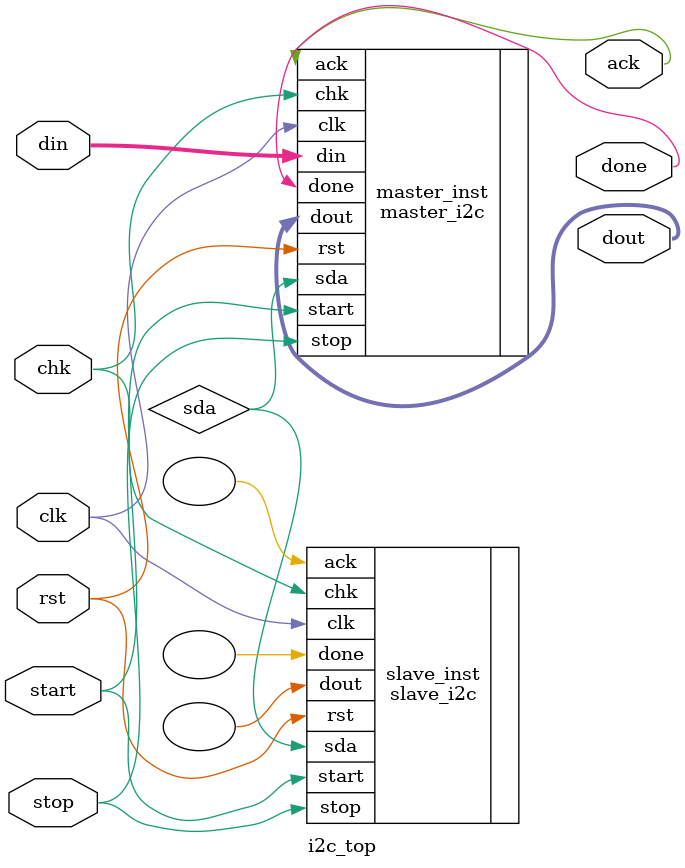
<source format=v>
module i2c_top (
  output wire done,
  output wire [7:0] dout,
  output wire ack,
  input [7:0] din,
  input clk,
  input rst,
  input chk,
  input start,
  input stop
);

  wire sda;

  master_i2c master_inst (
    .sda(sda),
    .done(done),
    .ack(ack),
    .dout(dout),
    .din(din),
    .clk(clk),
    .rst(rst),
    .chk(chk),
    .start(start),
    .stop(stop)
  );

  slave_i2c slave_inst (
    .sda(sda),
    .dout(),
    .ack(),
    .done(),
    .clk(clk),
    .rst(rst),
    .chk(chk),
    .start(start),
    .stop(stop)
  );
endmodule

</source>
